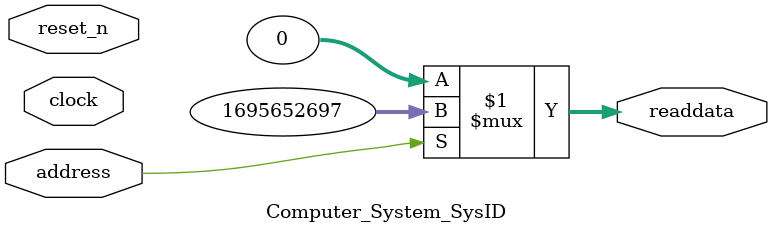
<source format=v>



// synthesis translate_off
`timescale 1ns / 1ps
// synthesis translate_on

// turn off superfluous verilog processor warnings 
// altera message_level Level1 
// altera message_off 10034 10035 10036 10037 10230 10240 10030 

module Computer_System_SysID (
               // inputs:
                address,
                clock,
                reset_n,

               // outputs:
                readdata
             )
;

  output  [ 31: 0] readdata;
  input            address;
  input            clock;
  input            reset_n;

  wire    [ 31: 0] readdata;
  //control_slave, which is an e_avalon_slave
  assign readdata = address ? 1695652697 : 0;

endmodule



</source>
